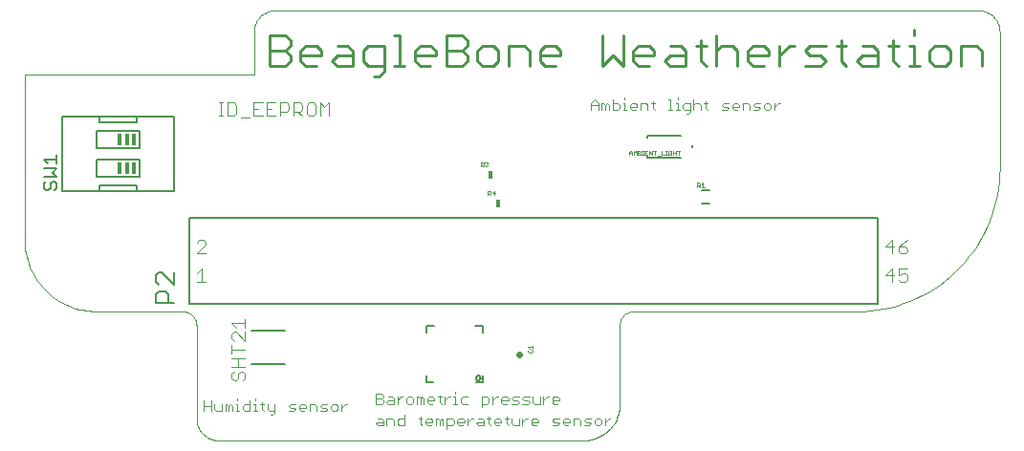
<source format=gto>
G75*
G70*
%OFA0B0*%
%FSLAX24Y24*%
%IPPOS*%
%LPD*%
%AMOC8*
5,1,8,0,0,1.08239X$1,22.5*
%
%ADD10C,0.0000*%
%ADD11C,0.0040*%
%ADD12C,0.0030*%
%ADD13C,0.0090*%
%ADD14C,0.0080*%
%ADD15C,0.0070*%
%ADD16C,0.0050*%
%ADD17C,0.0220*%
%ADD18C,0.0010*%
%ADD19R,0.0180X0.0300*%
%ADD20C,0.0060*%
%ADD21R,0.0150X0.0400*%
D10*
X006100Y000850D02*
X006100Y004100D01*
X006098Y004144D01*
X006092Y004187D01*
X006083Y004229D01*
X006070Y004271D01*
X006053Y004311D01*
X006033Y004350D01*
X006010Y004387D01*
X005983Y004421D01*
X005954Y004454D01*
X005921Y004483D01*
X005887Y004510D01*
X005850Y004533D01*
X005811Y004553D01*
X005771Y004570D01*
X005729Y004583D01*
X005687Y004592D01*
X005644Y004598D01*
X005600Y004600D01*
X002600Y004600D01*
X002481Y004603D01*
X002362Y004611D01*
X002244Y004625D01*
X002127Y004645D01*
X002011Y004670D01*
X001896Y004701D01*
X001782Y004737D01*
X001671Y004779D01*
X001561Y004826D01*
X001454Y004878D01*
X001350Y004935D01*
X001248Y004997D01*
X001150Y005064D01*
X001055Y005135D01*
X000963Y005211D01*
X000875Y005291D01*
X000791Y005375D01*
X000711Y005463D01*
X000635Y005555D01*
X000564Y005650D01*
X000497Y005748D01*
X000435Y005850D01*
X000378Y005954D01*
X000326Y006061D01*
X000279Y006171D01*
X000237Y006282D01*
X000201Y006396D01*
X000170Y006511D01*
X000145Y006627D01*
X000125Y006744D01*
X000111Y006862D01*
X000103Y006981D01*
X000100Y007100D01*
X000100Y012850D01*
X008100Y012850D01*
X008100Y014350D01*
X008102Y014404D01*
X008108Y014457D01*
X008117Y014509D01*
X008130Y014561D01*
X008147Y014612D01*
X008168Y014662D01*
X008192Y014709D01*
X008219Y014755D01*
X008250Y014799D01*
X008283Y014841D01*
X008320Y014880D01*
X008359Y014917D01*
X008401Y014950D01*
X008445Y014981D01*
X008491Y015008D01*
X008538Y015032D01*
X008588Y015053D01*
X008639Y015070D01*
X008691Y015083D01*
X008743Y015092D01*
X008796Y015098D01*
X008850Y015100D01*
X033350Y015100D01*
X033404Y015098D01*
X033457Y015092D01*
X033509Y015083D01*
X033561Y015070D01*
X033612Y015053D01*
X033662Y015032D01*
X033709Y015008D01*
X033755Y014981D01*
X033799Y014950D01*
X033841Y014917D01*
X033880Y014880D01*
X033917Y014841D01*
X033950Y014799D01*
X033981Y014755D01*
X034008Y014709D01*
X034032Y014662D01*
X034053Y014612D01*
X034070Y014561D01*
X034083Y014509D01*
X034092Y014457D01*
X034098Y014404D01*
X034100Y014350D01*
X034100Y009600D01*
X034094Y009362D01*
X034077Y009125D01*
X034049Y008888D01*
X034010Y008654D01*
X033959Y008421D01*
X033897Y008191D01*
X033825Y007965D01*
X033742Y007742D01*
X033648Y007523D01*
X033544Y007309D01*
X033430Y007100D01*
X033306Y006897D01*
X033173Y006700D01*
X033030Y006509D01*
X032879Y006326D01*
X032719Y006150D01*
X032550Y005981D01*
X032374Y005821D01*
X032191Y005670D01*
X032000Y005527D01*
X031803Y005394D01*
X031600Y005270D01*
X031391Y005156D01*
X031177Y005052D01*
X030958Y004958D01*
X030735Y004875D01*
X030509Y004803D01*
X030279Y004741D01*
X030046Y004690D01*
X029812Y004651D01*
X029575Y004623D01*
X029338Y004606D01*
X029100Y004600D01*
X021350Y004600D01*
X021306Y004598D01*
X021263Y004592D01*
X021221Y004583D01*
X021179Y004570D01*
X021139Y004553D01*
X021100Y004533D01*
X021063Y004510D01*
X021029Y004483D01*
X020996Y004454D01*
X020967Y004421D01*
X020940Y004387D01*
X020917Y004350D01*
X020897Y004311D01*
X020880Y004271D01*
X020867Y004229D01*
X020858Y004187D01*
X020852Y004144D01*
X020850Y004100D01*
X020850Y001350D01*
X020848Y001282D01*
X020843Y001215D01*
X020834Y001148D01*
X020821Y001081D01*
X020804Y001016D01*
X020785Y000951D01*
X020761Y000887D01*
X020734Y000825D01*
X020704Y000764D01*
X020671Y000706D01*
X020635Y000649D01*
X020595Y000594D01*
X020553Y000541D01*
X020507Y000490D01*
X020460Y000443D01*
X020409Y000397D01*
X020356Y000355D01*
X020301Y000315D01*
X020244Y000279D01*
X020186Y000246D01*
X020125Y000216D01*
X020063Y000189D01*
X019999Y000165D01*
X019934Y000146D01*
X019869Y000129D01*
X019802Y000116D01*
X019735Y000107D01*
X019668Y000102D01*
X019600Y000100D01*
X006850Y000100D01*
X006796Y000102D01*
X006743Y000108D01*
X006691Y000117D01*
X006639Y000130D01*
X006588Y000147D01*
X006538Y000168D01*
X006491Y000192D01*
X006445Y000219D01*
X006401Y000250D01*
X006359Y000283D01*
X006320Y000320D01*
X006283Y000359D01*
X006250Y000401D01*
X006219Y000445D01*
X006192Y000491D01*
X006168Y000538D01*
X006147Y000588D01*
X006130Y000639D01*
X006117Y000691D01*
X006108Y000743D01*
X006102Y000796D01*
X006100Y000850D01*
D11*
X007409Y002189D02*
X007486Y002189D01*
X007562Y002266D01*
X007562Y002419D01*
X007639Y002496D01*
X007716Y002496D01*
X007793Y002419D01*
X007793Y002266D01*
X007716Y002189D01*
X007409Y002189D02*
X007332Y002266D01*
X007332Y002419D01*
X007409Y002496D01*
X007332Y002649D02*
X007793Y002649D01*
X007562Y002649D02*
X007562Y002956D01*
X007332Y002956D02*
X007793Y002956D01*
X007332Y003110D02*
X007332Y003417D01*
X007332Y003263D02*
X007793Y003263D01*
X007793Y003570D02*
X007486Y003877D01*
X007409Y003877D01*
X007332Y003800D01*
X007332Y003647D01*
X007409Y003570D01*
X007793Y003570D02*
X007793Y003877D01*
X007793Y004030D02*
X007793Y004337D01*
X007793Y004184D02*
X007332Y004184D01*
X007486Y004030D01*
X006427Y005620D02*
X006120Y005620D01*
X006273Y005620D02*
X006273Y006080D01*
X006120Y005927D01*
X006120Y006620D02*
X006427Y006927D01*
X006427Y007004D01*
X006350Y007080D01*
X006197Y007080D01*
X006120Y007004D01*
X006120Y006620D02*
X006427Y006620D01*
X007637Y011343D02*
X007944Y011343D01*
X008098Y011420D02*
X008405Y011420D01*
X008558Y011420D02*
X008865Y011420D01*
X009018Y011420D02*
X009018Y011880D01*
X009249Y011880D01*
X009325Y011804D01*
X009325Y011650D01*
X009249Y011573D01*
X009018Y011573D01*
X008712Y011650D02*
X008558Y011650D01*
X008558Y011880D02*
X008558Y011420D01*
X008251Y011650D02*
X008098Y011650D01*
X008098Y011880D02*
X008098Y011420D01*
X007484Y011497D02*
X007484Y011804D01*
X007407Y011880D01*
X007177Y011880D01*
X007177Y011420D01*
X007407Y011420D01*
X007484Y011497D01*
X007023Y011420D02*
X006870Y011420D01*
X006947Y011420D02*
X006947Y011880D01*
X007023Y011880D02*
X006870Y011880D01*
X008098Y011880D02*
X008405Y011880D01*
X008558Y011880D02*
X008865Y011880D01*
X009479Y011880D02*
X009709Y011880D01*
X009786Y011804D01*
X009786Y011650D01*
X009709Y011573D01*
X009479Y011573D01*
X009479Y011420D02*
X009479Y011880D01*
X009939Y011804D02*
X009939Y011497D01*
X010016Y011420D01*
X010169Y011420D01*
X010246Y011497D01*
X010246Y011804D01*
X010169Y011880D01*
X010016Y011880D01*
X009939Y011804D01*
X009632Y011573D02*
X009786Y011420D01*
X010400Y011420D02*
X010400Y011880D01*
X010553Y011727D01*
X010707Y011880D01*
X010707Y011420D01*
X030120Y006850D02*
X030427Y006850D01*
X030580Y006850D02*
X030580Y006697D01*
X030657Y006620D01*
X030811Y006620D01*
X030887Y006697D01*
X030887Y006773D01*
X030811Y006850D01*
X030580Y006850D01*
X030734Y007004D01*
X030887Y007080D01*
X030350Y007080D02*
X030120Y006850D01*
X030350Y006620D02*
X030350Y007080D01*
X030350Y006080D02*
X030120Y005850D01*
X030427Y005850D01*
X030580Y005850D02*
X030734Y005927D01*
X030811Y005927D01*
X030887Y005850D01*
X030887Y005697D01*
X030811Y005620D01*
X030657Y005620D01*
X030580Y005697D01*
X030580Y005850D02*
X030580Y006080D01*
X030887Y006080D01*
X030350Y006080D02*
X030350Y005620D01*
D12*
X020530Y000862D02*
X020469Y000862D01*
X020345Y000738D01*
X020345Y000615D02*
X020345Y000862D01*
X020224Y000800D02*
X020224Y000677D01*
X020162Y000615D01*
X020039Y000615D01*
X019977Y000677D01*
X019977Y000800D01*
X020039Y000862D01*
X020162Y000862D01*
X020224Y000800D01*
X019855Y000862D02*
X019670Y000862D01*
X019609Y000800D01*
X019670Y000738D01*
X019794Y000738D01*
X019855Y000677D01*
X019794Y000615D01*
X019609Y000615D01*
X019487Y000615D02*
X019487Y000800D01*
X019425Y000862D01*
X019240Y000862D01*
X019240Y000615D01*
X019119Y000738D02*
X019119Y000800D01*
X019057Y000862D01*
X018934Y000862D01*
X018872Y000800D01*
X018872Y000677D01*
X018934Y000615D01*
X019057Y000615D01*
X019119Y000738D02*
X018872Y000738D01*
X018750Y000677D02*
X018689Y000738D01*
X018565Y000738D01*
X018504Y000800D01*
X018565Y000862D01*
X018750Y000862D01*
X018750Y000677D02*
X018689Y000615D01*
X018504Y000615D01*
X018014Y000738D02*
X018014Y000800D01*
X017952Y000862D01*
X017829Y000862D01*
X017767Y000800D01*
X017767Y000677D01*
X017829Y000615D01*
X017952Y000615D01*
X018014Y000738D02*
X017767Y000738D01*
X017645Y000862D02*
X017583Y000862D01*
X017460Y000738D01*
X017460Y000615D02*
X017460Y000862D01*
X017339Y000862D02*
X017339Y000615D01*
X017153Y000615D01*
X017092Y000677D01*
X017092Y000862D01*
X016970Y000862D02*
X016846Y000862D01*
X016908Y000924D02*
X016908Y000677D01*
X016970Y000615D01*
X016725Y000738D02*
X016725Y000800D01*
X016663Y000862D01*
X016540Y000862D01*
X016478Y000800D01*
X016478Y000677D01*
X016540Y000615D01*
X016663Y000615D01*
X016725Y000738D02*
X016478Y000738D01*
X016356Y000615D02*
X016294Y000677D01*
X016294Y000924D01*
X016232Y000862D02*
X016356Y000862D01*
X016111Y000800D02*
X016111Y000615D01*
X015926Y000615D01*
X015864Y000677D01*
X015926Y000738D01*
X016111Y000738D01*
X016111Y000800D02*
X016049Y000862D01*
X015926Y000862D01*
X015742Y000862D02*
X015680Y000862D01*
X015557Y000738D01*
X015436Y000738D02*
X015189Y000738D01*
X015189Y000677D02*
X015189Y000800D01*
X015250Y000862D01*
X015374Y000862D01*
X015436Y000800D01*
X015436Y000738D01*
X015374Y000615D02*
X015250Y000615D01*
X015189Y000677D01*
X015067Y000677D02*
X015067Y000800D01*
X015006Y000862D01*
X014820Y000862D01*
X014820Y000492D01*
X014820Y000615D02*
X015006Y000615D01*
X015067Y000677D01*
X014699Y000615D02*
X014699Y000800D01*
X014637Y000862D01*
X014576Y000800D01*
X014576Y000615D01*
X014452Y000615D02*
X014452Y000862D01*
X014514Y000862D01*
X014576Y000800D01*
X014331Y000800D02*
X014331Y000738D01*
X014084Y000738D01*
X014084Y000677D02*
X014084Y000800D01*
X014146Y000862D01*
X014269Y000862D01*
X014331Y000800D01*
X014269Y000615D02*
X014146Y000615D01*
X014084Y000677D01*
X013962Y000615D02*
X013900Y000677D01*
X013900Y000924D01*
X013838Y000862D02*
X013962Y000862D01*
X013349Y000862D02*
X013163Y000862D01*
X013102Y000800D01*
X013102Y000677D01*
X013163Y000615D01*
X013349Y000615D01*
X013349Y000985D01*
X012980Y000800D02*
X012980Y000615D01*
X012980Y000800D02*
X012918Y000862D01*
X012733Y000862D01*
X012733Y000615D01*
X012612Y000615D02*
X012612Y000800D01*
X012550Y000862D01*
X012427Y000862D01*
X012427Y000738D02*
X012612Y000738D01*
X012612Y000615D02*
X012427Y000615D01*
X012365Y000677D01*
X012427Y000738D01*
X012365Y001365D02*
X012550Y001365D01*
X012612Y001427D01*
X012612Y001488D01*
X012550Y001550D01*
X012365Y001550D01*
X012365Y001365D02*
X012365Y001735D01*
X012550Y001735D01*
X012612Y001674D01*
X012612Y001612D01*
X012550Y001550D01*
X012733Y001427D02*
X012795Y001488D01*
X012980Y001488D01*
X012980Y001550D02*
X012980Y001365D01*
X012795Y001365D01*
X012733Y001427D01*
X012795Y001612D02*
X012918Y001612D01*
X012980Y001550D01*
X013102Y001488D02*
X013225Y001612D01*
X013287Y001612D01*
X013409Y001550D02*
X013409Y001427D01*
X013470Y001365D01*
X013594Y001365D01*
X013655Y001427D01*
X013655Y001550D01*
X013594Y001612D01*
X013470Y001612D01*
X013409Y001550D01*
X013102Y001612D02*
X013102Y001365D01*
X013777Y001365D02*
X013777Y001612D01*
X013839Y001612D01*
X013900Y001550D01*
X013962Y001612D01*
X014024Y001550D01*
X014024Y001365D01*
X013900Y001365D02*
X013900Y001550D01*
X014145Y001550D02*
X014145Y001427D01*
X014207Y001365D01*
X014330Y001365D01*
X014392Y001488D02*
X014145Y001488D01*
X014145Y001550D02*
X014207Y001612D01*
X014330Y001612D01*
X014392Y001550D01*
X014392Y001488D01*
X014514Y001612D02*
X014637Y001612D01*
X014575Y001674D02*
X014575Y001427D01*
X014637Y001365D01*
X014759Y001365D02*
X014759Y001612D01*
X014882Y001612D02*
X014944Y001612D01*
X014882Y001612D02*
X014759Y001488D01*
X015066Y001365D02*
X015189Y001365D01*
X015128Y001365D02*
X015128Y001612D01*
X015066Y001612D01*
X015128Y001735D02*
X015128Y001797D01*
X015373Y001612D02*
X015312Y001550D01*
X015312Y001427D01*
X015373Y001365D01*
X015558Y001365D01*
X016048Y001365D02*
X016233Y001365D01*
X016295Y001427D01*
X016295Y001550D01*
X016233Y001612D01*
X016048Y001612D01*
X016048Y001242D01*
X016416Y001365D02*
X016416Y001612D01*
X016416Y001488D02*
X016540Y001612D01*
X016602Y001612D01*
X016723Y001550D02*
X016785Y001612D01*
X016909Y001612D01*
X016970Y001550D01*
X016970Y001488D01*
X016723Y001488D01*
X016723Y001427D02*
X016723Y001550D01*
X016723Y001427D02*
X016785Y001365D01*
X016909Y001365D01*
X017092Y001365D02*
X017277Y001365D01*
X017339Y001427D01*
X017277Y001488D01*
X017153Y001488D01*
X017092Y001550D01*
X017153Y001612D01*
X017339Y001612D01*
X017460Y001550D02*
X017522Y001612D01*
X017707Y001612D01*
X017828Y001612D02*
X017828Y001427D01*
X017890Y001365D01*
X018075Y001365D01*
X018075Y001612D01*
X018197Y001612D02*
X018197Y001365D01*
X018197Y001488D02*
X018320Y001612D01*
X018382Y001612D01*
X018504Y001550D02*
X018565Y001612D01*
X018689Y001612D01*
X018750Y001550D01*
X018750Y001488D01*
X018504Y001488D01*
X018504Y001427D02*
X018504Y001550D01*
X018504Y001427D02*
X018565Y001365D01*
X018689Y001365D01*
X017707Y001427D02*
X017645Y001365D01*
X017460Y001365D01*
X017522Y001488D02*
X017460Y001550D01*
X017522Y001488D02*
X017645Y001488D01*
X017707Y001427D01*
X015558Y001612D02*
X015373Y001612D01*
X015557Y000862D02*
X015557Y000615D01*
X011338Y001362D02*
X011277Y001362D01*
X011153Y001238D01*
X011153Y001115D02*
X011153Y001362D01*
X011032Y001300D02*
X010970Y001362D01*
X010846Y001362D01*
X010785Y001300D01*
X010785Y001177D01*
X010846Y001115D01*
X010970Y001115D01*
X011032Y001177D01*
X011032Y001300D01*
X010663Y001362D02*
X010478Y001362D01*
X010416Y001300D01*
X010478Y001238D01*
X010602Y001238D01*
X010663Y001177D01*
X010602Y001115D01*
X010416Y001115D01*
X010295Y001115D02*
X010295Y001300D01*
X010233Y001362D01*
X010048Y001362D01*
X010048Y001115D01*
X009927Y001238D02*
X009680Y001238D01*
X009680Y001177D02*
X009680Y001300D01*
X009742Y001362D01*
X009865Y001362D01*
X009927Y001300D01*
X009927Y001238D01*
X009865Y001115D02*
X009742Y001115D01*
X009680Y001177D01*
X009558Y001177D02*
X009497Y001238D01*
X009373Y001238D01*
X009312Y001300D01*
X009373Y001362D01*
X009558Y001362D01*
X009558Y001177D02*
X009497Y001115D01*
X009312Y001115D01*
X008822Y001115D02*
X008637Y001115D01*
X008575Y001177D01*
X008575Y001362D01*
X008453Y001362D02*
X008329Y001362D01*
X008391Y001424D02*
X008391Y001177D01*
X008453Y001115D01*
X008207Y001115D02*
X008084Y001115D01*
X008146Y001115D02*
X008146Y001362D01*
X008084Y001362D01*
X007962Y001362D02*
X007777Y001362D01*
X007715Y001300D01*
X007715Y001177D01*
X007777Y001115D01*
X007962Y001115D01*
X007962Y001485D01*
X008146Y001485D02*
X008146Y001547D01*
X007532Y001547D02*
X007532Y001485D01*
X007532Y001362D02*
X007532Y001115D01*
X007593Y001115D02*
X007470Y001115D01*
X007349Y001115D02*
X007349Y001300D01*
X007287Y001362D01*
X007225Y001300D01*
X007225Y001115D01*
X007102Y001115D02*
X007102Y001362D01*
X007163Y001362D01*
X007225Y001300D01*
X006980Y001362D02*
X006980Y001115D01*
X006795Y001115D01*
X006733Y001177D01*
X006733Y001362D01*
X006612Y001300D02*
X006365Y001300D01*
X006365Y001115D02*
X006365Y001485D01*
X006612Y001485D02*
X006612Y001115D01*
X007470Y001362D02*
X007532Y001362D01*
X008698Y000992D02*
X008760Y000992D01*
X008822Y001053D01*
X008822Y001362D01*
X023180Y011492D02*
X023242Y011492D01*
X023304Y011553D01*
X023304Y011862D01*
X023119Y011862D01*
X023057Y011800D01*
X023057Y011677D01*
X023119Y011615D01*
X023304Y011615D01*
X023425Y011615D02*
X023425Y011985D01*
X023487Y011862D02*
X023611Y011862D01*
X023672Y011800D01*
X023672Y011615D01*
X023855Y011677D02*
X023917Y011615D01*
X023855Y011677D02*
X023855Y011924D01*
X023794Y011862D02*
X023917Y011862D01*
X023487Y011862D02*
X023425Y011800D01*
X022935Y011615D02*
X022812Y011615D01*
X022873Y011615D02*
X022873Y011862D01*
X022812Y011862D01*
X022873Y011985D02*
X022873Y012047D01*
X022628Y011985D02*
X022628Y011615D01*
X022689Y011615D02*
X022566Y011615D01*
X022076Y011615D02*
X022014Y011677D01*
X022014Y011924D01*
X021952Y011862D02*
X022076Y011862D01*
X021831Y011800D02*
X021831Y011615D01*
X021831Y011800D02*
X021769Y011862D01*
X021584Y011862D01*
X021584Y011615D01*
X021462Y011738D02*
X021215Y011738D01*
X021215Y011677D02*
X021215Y011800D01*
X021277Y011862D01*
X021401Y011862D01*
X021462Y011800D01*
X021462Y011738D01*
X021401Y011615D02*
X021277Y011615D01*
X021215Y011677D01*
X021093Y011615D02*
X020970Y011615D01*
X021032Y011615D02*
X021032Y011862D01*
X020970Y011862D01*
X020849Y011800D02*
X020787Y011862D01*
X020602Y011862D01*
X020602Y011985D02*
X020602Y011615D01*
X020787Y011615D01*
X020849Y011677D01*
X020849Y011800D01*
X021032Y011985D02*
X021032Y012047D01*
X020480Y011800D02*
X020480Y011615D01*
X020357Y011615D02*
X020357Y011800D01*
X020418Y011862D01*
X020480Y011800D01*
X020357Y011800D02*
X020295Y011862D01*
X020233Y011862D01*
X020233Y011615D01*
X020112Y011615D02*
X020112Y011862D01*
X019988Y011985D01*
X019865Y011862D01*
X019865Y011615D01*
X019865Y011800D02*
X020112Y011800D01*
X022566Y011985D02*
X022628Y011985D01*
X024408Y011800D02*
X024469Y011862D01*
X024654Y011862D01*
X024776Y011800D02*
X024838Y011862D01*
X024961Y011862D01*
X025023Y011800D01*
X025023Y011738D01*
X024776Y011738D01*
X024776Y011677D02*
X024776Y011800D01*
X024776Y011677D02*
X024838Y011615D01*
X024961Y011615D01*
X025144Y011615D02*
X025144Y011862D01*
X025329Y011862D01*
X025391Y011800D01*
X025391Y011615D01*
X025512Y011615D02*
X025698Y011615D01*
X025759Y011677D01*
X025698Y011738D01*
X025574Y011738D01*
X025512Y011800D01*
X025574Y011862D01*
X025759Y011862D01*
X025881Y011800D02*
X025943Y011862D01*
X026066Y011862D01*
X026128Y011800D01*
X026128Y011677D01*
X026066Y011615D01*
X025943Y011615D01*
X025881Y011677D01*
X025881Y011800D01*
X026249Y011738D02*
X026373Y011862D01*
X026434Y011862D01*
X026249Y011862D02*
X026249Y011615D01*
X024654Y011677D02*
X024593Y011738D01*
X024469Y011738D01*
X024408Y011800D01*
X024408Y011615D02*
X024593Y011615D01*
X024654Y011677D01*
D13*
X024961Y013145D02*
X024961Y013691D01*
X024779Y013873D01*
X024415Y013873D01*
X024233Y013691D01*
X023872Y013873D02*
X023508Y013873D01*
X023690Y014055D02*
X023690Y013327D01*
X023872Y013145D01*
X024233Y013145D02*
X024233Y014237D01*
X023149Y013691D02*
X023149Y013145D01*
X022603Y013145D01*
X022421Y013327D01*
X022603Y013509D01*
X023149Y013509D01*
X023149Y013691D02*
X022967Y013873D01*
X022603Y013873D01*
X022061Y013691D02*
X022061Y013509D01*
X021333Y013509D01*
X021333Y013327D02*
X021333Y013691D01*
X021515Y013873D01*
X021879Y013873D01*
X022061Y013691D01*
X021515Y013145D02*
X021333Y013327D01*
X021515Y013145D02*
X021879Y013145D01*
X020973Y013145D02*
X020973Y014237D01*
X020245Y014237D02*
X020245Y013145D01*
X020609Y013509D01*
X020973Y013145D01*
X018798Y013509D02*
X018070Y013509D01*
X018070Y013327D02*
X018070Y013691D01*
X018252Y013873D01*
X018616Y013873D01*
X018798Y013691D01*
X018798Y013509D01*
X018616Y013145D02*
X018252Y013145D01*
X018070Y013327D01*
X017711Y013145D02*
X017711Y013691D01*
X017529Y013873D01*
X016983Y013873D01*
X016983Y013145D01*
X016623Y013327D02*
X016623Y013691D01*
X016441Y013873D01*
X016077Y013873D01*
X015895Y013691D01*
X015895Y013327D01*
X016077Y013145D01*
X016441Y013145D01*
X016623Y013327D01*
X015536Y013327D02*
X015354Y013145D01*
X014808Y013145D01*
X014808Y014237D01*
X015354Y014237D01*
X015536Y014055D01*
X015536Y013873D01*
X015354Y013691D01*
X014808Y013691D01*
X014448Y013691D02*
X014448Y013509D01*
X013720Y013509D01*
X013720Y013327D02*
X013720Y013691D01*
X013902Y013873D01*
X014266Y013873D01*
X014448Y013691D01*
X015354Y013691D02*
X015536Y013509D01*
X015536Y013327D01*
X014266Y013145D02*
X013902Y013145D01*
X013720Y013327D01*
X013359Y013145D02*
X012995Y013145D01*
X013177Y013145D02*
X013177Y014237D01*
X012995Y014237D01*
X012636Y013873D02*
X012090Y013873D01*
X011908Y013691D01*
X011908Y013327D01*
X012090Y013145D01*
X012636Y013145D01*
X012636Y012963D02*
X012636Y013873D01*
X011548Y013691D02*
X011548Y013145D01*
X011002Y013145D01*
X010820Y013327D01*
X011002Y013509D01*
X011548Y013509D01*
X011548Y013691D02*
X011366Y013873D01*
X011002Y013873D01*
X010461Y013691D02*
X010461Y013509D01*
X009733Y013509D01*
X009733Y013327D02*
X009733Y013691D01*
X009915Y013873D01*
X010279Y013873D01*
X010461Y013691D01*
X009915Y013145D02*
X009733Y013327D01*
X009915Y013145D02*
X010279Y013145D01*
X009373Y013327D02*
X009373Y013509D01*
X009191Y013691D01*
X008645Y013691D01*
X009191Y013691D02*
X009373Y013873D01*
X009373Y014055D01*
X009191Y014237D01*
X008645Y014237D01*
X008645Y013145D01*
X009191Y013145D01*
X009373Y013327D01*
X012272Y012781D02*
X012454Y012781D01*
X012636Y012963D01*
X025321Y013327D02*
X025321Y013691D01*
X025503Y013873D01*
X025867Y013873D01*
X026049Y013691D01*
X026049Y013509D01*
X025321Y013509D01*
X025321Y013327D02*
X025503Y013145D01*
X025867Y013145D01*
X026408Y013145D02*
X026408Y013873D01*
X026408Y013509D02*
X026772Y013873D01*
X026954Y013873D01*
X027314Y013691D02*
X027496Y013873D01*
X028043Y013873D01*
X028402Y013873D02*
X028766Y013873D01*
X028584Y014055D02*
X028584Y013327D01*
X028766Y013145D01*
X029127Y013327D02*
X029309Y013509D01*
X029855Y013509D01*
X030397Y013327D02*
X030579Y013145D01*
X030397Y013327D02*
X030397Y014055D01*
X030215Y013873D02*
X030579Y013873D01*
X030940Y013873D02*
X031122Y013873D01*
X031122Y013145D01*
X030940Y013145D02*
X031304Y013145D01*
X031665Y013327D02*
X031847Y013145D01*
X032211Y013145D01*
X032393Y013327D01*
X032393Y013691D01*
X032211Y013873D01*
X031847Y013873D01*
X031665Y013691D01*
X031665Y013327D01*
X032752Y013145D02*
X032752Y013873D01*
X033298Y013873D01*
X033480Y013691D01*
X033480Y013145D01*
X031122Y014237D02*
X031122Y014419D01*
X029855Y013691D02*
X029855Y013145D01*
X029309Y013145D01*
X029127Y013327D01*
X029673Y013873D02*
X029855Y013691D01*
X029673Y013873D02*
X029309Y013873D01*
X028043Y013327D02*
X027861Y013509D01*
X027496Y013509D01*
X027314Y013691D01*
X027861Y013145D02*
X028043Y013327D01*
X027861Y013145D02*
X027314Y013145D01*
D14*
X029850Y007850D02*
X005850Y007850D01*
X005850Y004850D01*
X029850Y004850D01*
X029850Y007850D01*
X009191Y003941D02*
X008009Y003941D01*
X008009Y002759D02*
X009191Y002759D01*
X005300Y008800D02*
X004000Y008800D01*
X002700Y008800D01*
X002700Y009000D01*
X004000Y009000D01*
X004000Y008800D01*
X004100Y009300D02*
X002600Y009300D01*
X002600Y009900D01*
X004100Y009900D01*
X004100Y009300D01*
X005300Y008800D02*
X005300Y011400D01*
X004000Y011400D01*
X002700Y011400D01*
X001400Y011400D01*
X001400Y008800D01*
X002700Y008800D01*
X002600Y010300D02*
X002600Y010900D01*
X004100Y010900D01*
X004100Y010300D01*
X002600Y010300D01*
X002700Y011200D02*
X004000Y011200D01*
X004000Y011400D01*
X002700Y011400D02*
X002700Y011200D01*
D15*
X004790Y005950D02*
X004684Y005845D01*
X004684Y005635D01*
X004790Y005530D01*
X004790Y005305D02*
X005000Y005305D01*
X005105Y005200D01*
X005105Y004885D01*
X005315Y004885D02*
X004684Y004885D01*
X004684Y005200D01*
X004790Y005305D01*
X005315Y005530D02*
X004895Y005950D01*
X004790Y005950D01*
X005315Y005950D02*
X005315Y005530D01*
D16*
X001225Y008900D02*
X001150Y008825D01*
X001225Y008900D02*
X001225Y009050D01*
X001150Y009125D01*
X001075Y009125D01*
X001000Y009050D01*
X001000Y008900D01*
X000925Y008825D01*
X000850Y008825D01*
X000775Y008900D01*
X000775Y009050D01*
X000850Y009125D01*
X000775Y009285D02*
X001225Y009285D01*
X001075Y009436D01*
X001225Y009586D01*
X000775Y009586D01*
X000925Y009746D02*
X000775Y009896D01*
X001225Y009896D01*
X001225Y009746D02*
X001225Y010046D01*
X014116Y004084D02*
X014116Y003848D01*
X014116Y004084D02*
X014391Y004084D01*
X015809Y004084D02*
X016084Y004084D01*
X016084Y003848D01*
X016084Y002352D02*
X016084Y002116D01*
X015848Y002116D01*
X015848Y002273D02*
X015850Y002291D01*
X015856Y002307D01*
X015865Y002322D01*
X015878Y002335D01*
X015893Y002344D01*
X015909Y002350D01*
X015927Y002352D01*
X015945Y002350D01*
X015961Y002344D01*
X015976Y002335D01*
X015989Y002322D01*
X015998Y002307D01*
X016004Y002291D01*
X016006Y002273D01*
X016004Y002255D01*
X015998Y002239D01*
X015989Y002224D01*
X015976Y002211D01*
X015961Y002202D01*
X015945Y002196D01*
X015927Y002194D01*
X015909Y002196D01*
X015893Y002202D01*
X015878Y002211D01*
X015865Y002224D01*
X015856Y002239D01*
X015850Y002255D01*
X015848Y002273D01*
X014352Y002116D02*
X014116Y002116D01*
X014116Y002352D01*
X021813Y009968D02*
X022978Y009968D01*
X023383Y010319D02*
X023383Y010378D01*
X022990Y010740D02*
X021813Y010740D01*
X021813Y010649D01*
X021813Y010051D02*
X021813Y009968D01*
D17*
X017362Y003100D02*
X017338Y003100D01*
D18*
X017655Y003185D02*
X017655Y003235D01*
X017680Y003260D01*
X017705Y003308D02*
X017655Y003358D01*
X017805Y003358D01*
X017805Y003308D02*
X017805Y003408D01*
X017780Y003260D02*
X017805Y003235D01*
X017805Y003185D01*
X017780Y003160D01*
X017680Y003160D01*
X017655Y003185D01*
X016477Y008655D02*
X016477Y008805D01*
X016402Y008730D01*
X016502Y008730D01*
X016355Y008730D02*
X016330Y008705D01*
X016255Y008705D01*
X016255Y008655D02*
X016255Y008805D01*
X016330Y008805D01*
X016355Y008780D01*
X016355Y008730D01*
X016305Y008705D02*
X016355Y008655D01*
X016227Y009655D02*
X016177Y009655D01*
X016152Y009680D01*
X016105Y009655D02*
X016055Y009705D01*
X016080Y009705D02*
X016005Y009705D01*
X016005Y009655D02*
X016005Y009805D01*
X016080Y009805D01*
X016105Y009780D01*
X016105Y009730D01*
X016080Y009705D01*
X016152Y009780D02*
X016177Y009805D01*
X016227Y009805D01*
X016252Y009780D01*
X016252Y009755D01*
X016227Y009730D01*
X016252Y009705D01*
X016252Y009680D01*
X016227Y009655D01*
X016227Y009730D02*
X016202Y009730D01*
X021188Y010045D02*
X021188Y010145D01*
X021238Y010195D01*
X021288Y010145D01*
X021288Y010045D01*
X021335Y010045D02*
X021335Y010195D01*
X021385Y010145D01*
X021435Y010195D01*
X021435Y010045D01*
X021483Y010045D02*
X021558Y010045D01*
X021583Y010070D01*
X021583Y010095D01*
X021558Y010120D01*
X021483Y010120D01*
X021558Y010120D02*
X021583Y010145D01*
X021583Y010170D01*
X021558Y010195D01*
X021483Y010195D01*
X021483Y010045D01*
X021630Y010045D02*
X021680Y010045D01*
X021655Y010045D02*
X021655Y010195D01*
X021630Y010195D02*
X021680Y010195D01*
X021728Y010195D02*
X021728Y010045D01*
X021828Y010045D01*
X021875Y010045D02*
X021875Y010195D01*
X021976Y010045D01*
X021976Y010195D01*
X022023Y010195D02*
X022123Y010195D01*
X022073Y010195D02*
X022073Y010045D01*
X022170Y010020D02*
X022270Y010020D01*
X022317Y010045D02*
X022418Y010045D01*
X022465Y010045D02*
X022515Y010045D01*
X022490Y010045D02*
X022490Y010195D01*
X022465Y010195D02*
X022515Y010195D01*
X022563Y010170D02*
X022588Y010195D01*
X022638Y010195D01*
X022663Y010170D01*
X022663Y010120D02*
X022613Y010120D01*
X022663Y010120D02*
X022663Y010070D01*
X022638Y010045D01*
X022588Y010045D01*
X022563Y010070D01*
X022563Y010170D01*
X022710Y010195D02*
X022710Y010045D01*
X022710Y010120D02*
X022810Y010120D01*
X022810Y010195D02*
X022810Y010045D01*
X022908Y010045D02*
X022908Y010195D01*
X022858Y010195D02*
X022958Y010195D01*
X022317Y010195D02*
X022317Y010045D01*
X021828Y010195D02*
X021728Y010195D01*
X021728Y010120D02*
X021778Y010120D01*
X021288Y010120D02*
X021188Y010120D01*
X023555Y009080D02*
X023630Y009080D01*
X023655Y009055D01*
X023655Y009005D01*
X023630Y008980D01*
X023555Y008980D01*
X023555Y008930D02*
X023555Y009080D01*
X023605Y008980D02*
X023655Y008930D01*
X023702Y008930D02*
X023802Y008930D01*
X023752Y008930D02*
X023752Y009080D01*
X023702Y009030D01*
D19*
X016600Y008350D03*
X016350Y009350D03*
D20*
X023732Y008836D02*
X023968Y008836D01*
X023968Y008364D02*
X023732Y008364D01*
D21*
X003925Y009600D03*
X003675Y009600D03*
X003425Y009600D03*
X003425Y010600D03*
X003675Y010600D03*
X003925Y010600D03*
M02*

</source>
